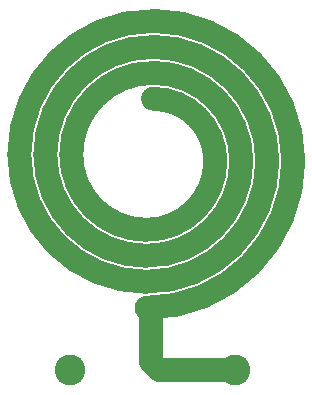
<source format=gbr>
%TF.GenerationSoftware,KiCad,Pcbnew,(6.0.11-0)*%
%TF.CreationDate,2023-05-05T09:17:22+02:00*%
%TF.ProjectId,Q17-PCB-Coil,5131372d-5043-4422-9d43-6f696c2e6b69,1.0*%
%TF.SameCoordinates,Original*%
%TF.FileFunction,Copper,L1,Top*%
%TF.FilePolarity,Positive*%
%FSLAX46Y46*%
G04 Gerber Fmt 4.6, Leading zero omitted, Abs format (unit mm)*
G04 Created by KiCad (PCBNEW (6.0.11-0)) date 2023-05-05 09:17:22*
%MOMM*%
%LPD*%
G01*
G04 APERTURE LIST*
%TA.AperFunction,EtchedComponent*%
%ADD10C,2.000000*%
%TD*%
%TA.AperFunction,SMDPad,CuDef*%
%ADD11R,2.000000X3.000000*%
%TD*%
%TA.AperFunction,ComponentPad*%
%ADD12C,1.600000*%
%TD*%
%TA.AperFunction,ComponentPad*%
%ADD13C,2.600000*%
%TD*%
%TA.AperFunction,Conductor*%
%ADD14C,2.000000*%
%TD*%
G04 APERTURE END LIST*
D10*
%TO.C,L1*%
X120057723Y-84875000D02*
G75*
G03*
X108732723Y-96200000I1J-11325001D01*
G01*
X119507723Y-104775000D02*
G75*
G03*
X127532723Y-96750000I0J8025000D01*
G01*
X119507723Y-102575000D02*
G75*
G03*
X125332723Y-96750000I0J5825000D01*
G01*
X129732723Y-96750000D02*
G75*
G03*
X120057723Y-87075000I-9675000J0D01*
G01*
X131932723Y-96750000D02*
G75*
G03*
X120057723Y-84875000I-11875000J0D01*
G01*
X110932723Y-96200000D02*
G75*
G03*
X119507723Y-104775000I8574999J-1D01*
G01*
X119507723Y-109175000D02*
G75*
G03*
X131932723Y-96750000I1J12424999D01*
G01*
X120057723Y-87075000D02*
G75*
G03*
X110932723Y-96200000I1J-9125001D01*
G01*
X125332723Y-96750000D02*
G75*
G03*
X120057723Y-91475000I-5275001J-1D01*
G01*
X127532723Y-96750000D02*
G75*
G03*
X120057723Y-89275000I-7475001J-1D01*
G01*
X120057723Y-89275000D02*
G75*
G03*
X113132723Y-96200000I2J-6925002D01*
G01*
X113132723Y-96200000D02*
G75*
G03*
X119507723Y-102575000I6374999J-1D01*
G01*
X108732723Y-96200000D02*
G75*
G03*
X119507723Y-106975000I10774999J-1D01*
G01*
X119507723Y-106975000D02*
G75*
G03*
X129732723Y-96750000I1J10224999D01*
G01*
%TD*%
D11*
%TO.P,L1,1,1*%
%TO.N,N/C*%
X119857725Y-111025000D03*
X119857725Y-111025000D03*
X119857725Y-111025000D03*
X119857725Y-111025000D03*
D12*
%TO.P,L1,lc*%
X120057723Y-91475000D03*
%TD*%
D13*
%TO.P,J1-2,1,Pin_1*%
%TO.N,Net-(L1-Pad2)*%
X113030000Y-114458853D03*
%TD*%
%TO.P,J1-1,1,Pin_1*%
%TO.N,Net-(L1-Pad1)*%
X127000000Y-114458853D03*
%TD*%
D14*
%TO.N,Net-(L1-Pad1)*%
X120584450Y-114458853D02*
X127000000Y-114458853D01*
X119857726Y-111364186D02*
X119857726Y-113732129D01*
X119857726Y-113732129D02*
X120584450Y-114458853D01*
%TD*%
M02*

</source>
